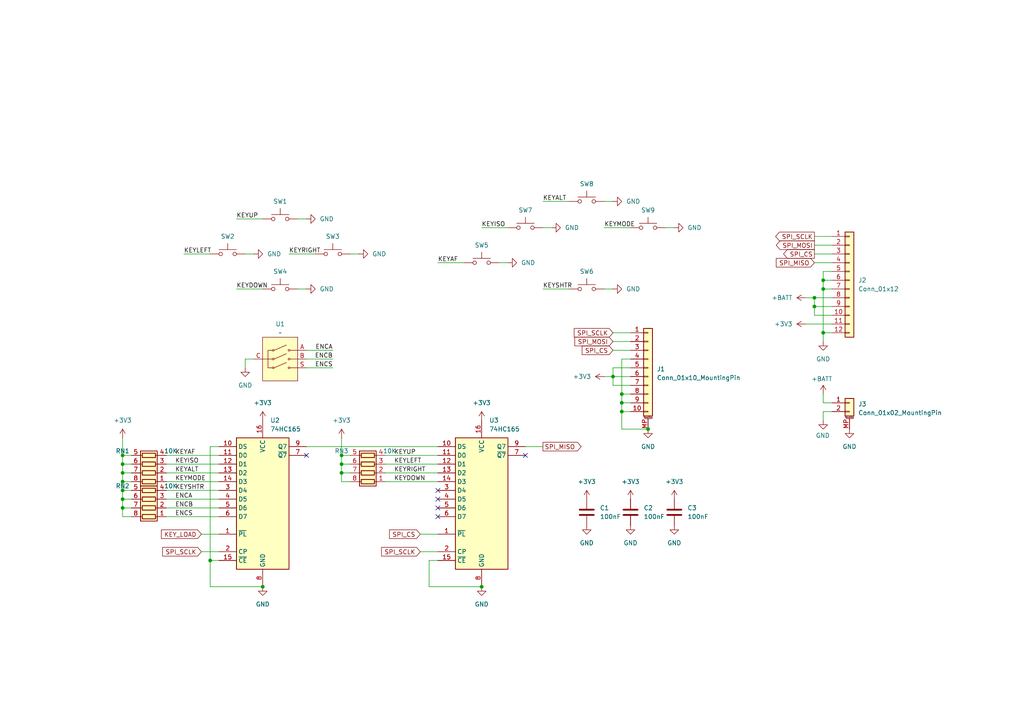
<source format=kicad_sch>
(kicad_sch (version 20231120) (generator "eeschema") (generator_version "8.0")
  (paper "A4")
  (lib_symbols
    (symbol "+3V3_1" (power) (pin_names (offset 0))
      (property "Value" "+3V3_1" (at 0 3.556 0))
      (symbol "+3V3_1_0_1"
        (polyline (pts (xy -0.762 1.27) (xy 0 2.54)))
        (polyline (pts (xy 0 0) (xy 0 2.54)))
        (polyline (pts (xy 0 2.54) (xy 0.762 1.27)))
      )
      (symbol "+3V3_1_1_1"
        (pin power_in line (at 0 0 90) (length 0) hide (name "+3V3") (number "1"))
      )
    )
    (symbol "74xx:74HC165"
      (property "Reference" "U" (at -7.62 19.05 0))
      (property "Value" "74HC165" (at -7.62 -21.59 0))
      (symbol "74HC165_1_0"
        (pin input line (at -12.7 -10.16 0) (length 5.08) (name "~{PL}") (number "1"))
        (pin input line (at -12.7 15.24 0) (length 5.08) (name "DS") (number "10"))
        (pin input line (at -12.7 12.7 0) (length 5.08) (name "D0") (number "11"))
        (pin input line (at -12.7 10.16 0) (length 5.08) (name "D1") (number "12"))
        (pin input line (at -12.7 7.62 0) (length 5.08) (name "D2") (number "13"))
        (pin input line (at -12.7 5.08 0) (length 5.08) (name "D3") (number "14"))
        (pin input line (at -12.7 -17.78 0) (length 5.08) (name "~{CE}") (number "15"))
        (pin power_in line (at 0 22.86 270) (length 5.08) (name "VCC") (number "16"))
        (pin input line (at -12.7 -15.24 0) (length 5.08) (name "CP") (number "2"))
        (pin input line (at -12.7 2.54 0) (length 5.08) (name "D4") (number "3"))
        (pin input line (at -12.7 0 0) (length 5.08) (name "D5") (number "4"))
        (pin input line (at -12.7 -2.54 0) (length 5.08) (name "D6") (number "5"))
        (pin input line (at -12.7 -5.08 0) (length 5.08) (name "D7") (number "6"))
        (pin output line (at 12.7 12.7 180) (length 5.08) (name "~{Q7}") (number "7"))
        (pin power_in line (at 0 -25.4 90) (length 5.08) (name "GND") (number "8"))
        (pin output line (at 12.7 15.24 180) (length 5.08) (name "Q7") (number "9"))
      )
      (symbol "74HC165_1_1"
        (rectangle (start -7.62 17.78) (end 7.62 -20.32) (stroke (width 0.254)) (fill (type background)))
      )
    )
    (symbol "Connector_Generic:Conn_01x12" (pin_names (offset 1.016) hide)
      (property "Reference" "J" (at 0 15.24 0))
      (property "Value" "Conn_01x12" (at 0 -17.78 0))
      (symbol "Conn_01x12_1_1"
        (rectangle (start -1.27 -15.113) (end 0 -15.367) (stroke (width 0.1524)))
        (rectangle (start -1.27 -12.573) (end 0 -12.827) (stroke (width 0.1524)))
        (rectangle (start -1.27 -10.033) (end 0 -10.287) (stroke (width 0.1524)))
        (rectangle (start -1.27 -7.493) (end 0 -7.747) (stroke (width 0.1524)))
        (rectangle (start -1.27 -4.953) (end 0 -5.207) (stroke (width 0.1524)))
        (rectangle (start -1.27 -2.413) (end 0 -2.667) (stroke (width 0.1524)))
        (rectangle (start -1.27 0.127) (end 0 -0.127) (stroke (width 0.1524)))
        (rectangle (start -1.27 2.667) (end 0 2.413) (stroke (width 0.1524)))
        (rectangle (start -1.27 5.207) (end 0 4.953) (stroke (width 0.1524)))
        (rectangle (start -1.27 7.747) (end 0 7.493) (stroke (width 0.1524)))
        (rectangle (start -1.27 10.287) (end 0 10.033) (stroke (width 0.1524)))
        (rectangle (start -1.27 12.827) (end 0 12.573) (stroke (width 0.1524)))
        (rectangle (start -1.27 13.97) (end 1.27 -16.51) (stroke (width 0.254)) (fill (type background)))
        (pin passive line (at -5.08 12.7 0) (length 3.81) (name "Pin_1") (number "1"))
        (pin passive line (at -5.08 -10.16 0) (length 3.81) (name "Pin_10") (number "10"))
        (pin passive line (at -5.08 -12.7 0) (length 3.81) (name "Pin_11") (number "11"))
        (pin passive line (at -5.08 -15.24 0) (length 3.81) (name "Pin_12") (number "12"))
        (pin passive line (at -5.08 10.16 0) (length 3.81) (name "Pin_2") (number "2"))
        (pin passive line (at -5.08 7.62 0) (length 3.81) (name "Pin_3") (number "3"))
        (pin passive line (at -5.08 5.08 0) (length 3.81) (name "Pin_4") (number "4"))
        (pin passive line (at -5.08 2.54 0) (length 3.81) (name "Pin_5") (number "5"))
        (pin passive line (at -5.08 0 0) (length 3.81) (name "Pin_6") (number "6"))
        (pin passive line (at -5.08 -2.54 0) (length 3.81) (name "Pin_7") (number "7"))
        (pin passive line (at -5.08 -5.08 0) (length 3.81) (name "Pin_8") (number "8"))
        (pin passive line (at -5.08 -7.62 0) (length 3.81) (name "Pin_9") (number "9"))
      )
    )
    (symbol "Connector_Generic_MountingPin:Conn_01x02_MountingPin" (pin_names (offset 1.016) hide)
      (property "Reference" "J" (at 0 2.54 0))
      (property "Value" "Conn_01x02_MountingPin" (at 1.27 -5.08 0))
      (symbol "Conn_01x02_MountingPin_1_1"
        (rectangle (start -1.27 -2.413) (end 0 -2.667) (stroke (width 0.1524)))
        (rectangle (start -1.27 0.127) (end 0 -0.127) (stroke (width 0.1524)))
        (rectangle (start -1.27 1.27) (end 1.27 -3.81) (stroke (width 0.254)) (fill (type background)))
        (polyline (pts (xy -1.016 -4.572) (xy 1.016 -4.572)) (stroke (width 0.1524)))
        (text "Mounting" (at 0 -4.191 0) (effects (font (size 0.381 0.381))))
        (pin passive line (at -5.08 0 0) (length 3.81) (name "Pin_1") (number "1"))
        (pin passive line (at -5.08 -2.54 0) (length 3.81) (name "Pin_2") (number "2"))
        (pin passive line (at 0 -7.62 90) (length 3.048) (name "MountPin") (number "MP"))
      )
    )
    (symbol "Connector_Generic_MountingPin:Conn_01x10_MountingPin" (pin_names (offset 1.016) hide)
      (property "Reference" "J" (at 0 12.7 0))
      (property "Value" "Conn_01x10_MountingPin" (at 1.27 -15.24 0))
      (symbol "Conn_01x10_MountingPin_1_1"
        (rectangle (start -1.27 -12.573) (end 0 -12.827) (stroke (width 0.1524)))
        (rectangle (start -1.27 -10.033) (end 0 -10.287) (stroke (width 0.1524)))
        (rectangle (start -1.27 -7.493) (end 0 -7.747) (stroke (width 0.1524)))
        (rectangle (start -1.27 -4.953) (end 0 -5.207) (stroke (width 0.1524)))
        (rectangle (start -1.27 -2.413) (end 0 -2.667) (stroke (width 0.1524)))
        (rectangle (start -1.27 0.127) (end 0 -0.127) (stroke (width 0.1524)))
        (rectangle (start -1.27 2.667) (end 0 2.413) (stroke (width 0.1524)))
        (rectangle (start -1.27 5.207) (end 0 4.953) (stroke (width 0.1524)))
        (rectangle (start -1.27 7.747) (end 0 7.493) (stroke (width 0.1524)))
        (rectangle (start -1.27 10.287) (end 0 10.033) (stroke (width 0.1524)))
        (rectangle (start -1.27 11.43) (end 1.27 -13.97) (stroke (width 0.254)) (fill (type background)))
        (polyline (pts (xy -1.016 -14.732) (xy 1.016 -14.732)) (stroke (width 0.1524)))
        (text "Mounting" (at 0 -14.351 0) (effects (font (size 0.381 0.381))))
        (pin passive line (at -5.08 10.16 0) (length 3.81) (name "Pin_1") (number "1"))
        (pin passive line (at -5.08 -12.7 0) (length 3.81) (name "Pin_10") (number "10"))
        (pin passive line (at -5.08 7.62 0) (length 3.81) (name "Pin_2") (number "2"))
        (pin passive line (at -5.08 5.08 0) (length 3.81) (name "Pin_3") (number "3"))
        (pin passive line (at -5.08 2.54 0) (length 3.81) (name "Pin_4") (number "4"))
        (pin passive line (at -5.08 0 0) (length 3.81) (name "Pin_5") (number "5"))
        (pin passive line (at -5.08 -2.54 0) (length 3.81) (name "Pin_6") (number "6"))
        (pin passive line (at -5.08 -5.08 0) (length 3.81) (name "Pin_7") (number "7"))
        (pin passive line (at -5.08 -7.62 0) (length 3.81) (name "Pin_8") (number "8"))
        (pin passive line (at -5.08 -10.16 0) (length 3.81) (name "Pin_9") (number "9"))
        (pin passive line (at 0 -17.78 90) (length 3.048) (name "MountPin") (number "MP"))
      )
    )
    (symbol "Device:C" (pin_numbers hide) (pin_names (offset 0.254))
      (property "Reference" "C" (at 0.635 2.54 0))
      (property "Value" "C" (at 0.635 -2.54 0))
      (symbol "C_0_1"
        (polyline (pts (xy -2.032 -0.762) (xy 2.032 -0.762)) (stroke (width 0.508)))
        (polyline (pts (xy -2.032 0.762) (xy 2.032 0.762)) (stroke (width 0.508)))
      )
      (symbol "C_1_1"
        (pin passive line (at 0 3.81 270) (length 2.794) (name "~") (number "1"))
        (pin passive line (at 0 -3.81 90) (length 2.794) (name "~") (number "2"))
      )
    )
    (symbol "Device:R_Pack04" (pin_names (offset 0) hide)
      (property "Reference" "RN" (at -7.62 0 90))
      (property "Value" "R_Pack04" (at 5.08 0 90))
      (symbol "R_Pack04_0_1"
        (rectangle (start -6.35 -2.413) (end 3.81 2.413) (stroke (width 0.254)) (fill (type background)))
        (rectangle (start -5.715 1.905) (end -4.445 -1.905) (stroke (width 0.254)))
        (rectangle (start -3.175 1.905) (end -1.905 -1.905) (stroke (width 0.254)))
        (rectangle (start -0.635 1.905) (end 0.635 -1.905) (stroke (width 0.254)))
        (polyline (pts (xy -5.08 -2.54) (xy -5.08 -1.905)))
        (polyline (pts (xy -5.08 1.905) (xy -5.08 2.54)))
        (polyline (pts (xy -2.54 -2.54) (xy -2.54 -1.905)))
        (polyline (pts (xy -2.54 1.905) (xy -2.54 2.54)))
        (polyline (pts (xy 0 -2.54) (xy 0 -1.905)))
        (polyline (pts (xy 0 1.905) (xy 0 2.54)))
        (polyline (pts (xy 2.54 -2.54) (xy 2.54 -1.905)))
        (polyline (pts (xy 2.54 1.905) (xy 2.54 2.54)))
        (rectangle (start 1.905 1.905) (end 3.175 -1.905) (stroke (width 0.254)))
      )
      (symbol "R_Pack04_1_1"
        (pin passive line (at -5.08 -5.08 90) (length 2.54) (name "R1.1") (number "1"))
        (pin passive line (at -2.54 -5.08 90) (length 2.54) (name "R2.1") (number "2"))
        (pin passive line (at 0 -5.08 90) (length 2.54) (name "R3.1") (number "3"))
        (pin passive line (at 2.54 -5.08 90) (length 2.54) (name "R4.1") (number "4"))
        (pin passive line (at 2.54 5.08 270) (length 2.54) (name "R4.2") (number "5"))
        (pin passive line (at 0 5.08 270) (length 2.54) (name "R3.2") (number "6"))
        (pin passive line (at -2.54 5.08 270) (length 2.54) (name "R2.2") (number "7"))
        (pin passive line (at -5.08 5.08 270) (length 2.54) (name "R1.2") (number "8"))
      )
    )
    (symbol "Switch:SW_Push" (pin_numbers hide) (pin_names (offset 1.016) hide)
      (property "Reference" "SW" (at 1.27 2.54 0))
      (property "Value" "SW_Push" (at 0 -1.524 0))
      (symbol "SW_Push_0_1"
        (circle (center -2.032 0) (radius 0.508))
        (polyline (pts (xy 0 1.27) (xy 0 3.048)))
        (polyline (pts (xy 2.54 1.27) (xy -2.54 1.27)))
        (circle (center 2.032 0) (radius 0.508))
        (pin passive line (at -5.08 0 0) (length 2.54) (name "1") (number "1"))
        (pin passive line (at 5.08 0 180) (length 2.54) (name "2") (number "2"))
      )
    )
    (symbol "power:+3V3" (power) (pin_numbers hide) (pin_names (offset 0) hide)
      (property "Value" "+3V3" (at 0 3.556 0))
      (symbol "+3V3_0_1"
        (polyline (pts (xy -0.762 1.27) (xy 0 2.54)))
        (polyline (pts (xy 0 0) (xy 0 2.54)))
        (polyline (pts (xy 0 2.54) (xy 0.762 1.27)))
      )
      (symbol "+3V3_1_1"
        (pin power_in line (at 0 0 90) (length 0) (name "~") (number "1"))
      )
    )
    (symbol "power:+BATT" (power) (pin_names (offset 0))
      (property "Value" "+BATT" (at 0 3.556 0))
      (symbol "+BATT_0_1"
        (polyline (pts (xy -0.762 1.27) (xy 0 2.54)))
        (polyline (pts (xy 0 0) (xy 0 2.54)))
        (polyline (pts (xy 0 2.54) (xy 0.762 1.27)))
      )
      (symbol "+BATT_1_1"
        (pin power_in line (at 0 0 90) (length 0) hide (name "+BATT") (number "1"))
      )
    )
    (symbol "power:GND" (power) (pin_numbers hide) (pin_names (offset 0) hide)
      (property "Value" "GND" (at 0 -3.81 0))
      (symbol "GND_0_1"
        (polyline (pts (xy 0 0) (xy 0 -1.27) (xy 1.27 -1.27) (xy 0 -2.54) (xy -1.27 -1.27) (xy 0 -1.27)))
      )
      (symbol "GND_1_1"
        (pin power_in line (at 0 0 270) (length 0) (name "~") (number "1"))
      )
    )
    (symbol "symbols:SIQ-02FVS3"
      (property "Reference" "U" (at 0 0 0))
      (symbol "SIQ-02FVS3_0_1"
        (circle (center -2.032 -11.43) (radius 0.254))
        (circle (center -2.032 -8.89) (radius 0.254))
        (circle (center -2.032 -6.35) (radius 0.254))
        (polyline (pts (xy -2.286 -8.89) (xy -3.556 -8.89)))
        (polyline (pts (xy -1.778 -11.43) (xy 1.778 -9.906)))
        (polyline (pts (xy -1.778 -8.89) (xy 1.778 -7.366)))
        (polyline (pts (xy -1.778 -6.35) (xy 1.778 -4.826)))
        (polyline (pts (xy 2.794 -11.43) (xy 5.08 -11.43)))
        (polyline (pts (xy 2.794 -8.89) (xy 5.08 -8.89)))
        (polyline (pts (xy 2.794 -6.35) (xy 5.08 -6.35)))
        (polyline (pts (xy -3.556 -8.89) (xy -3.556 -11.43) (xy -2.286 -11.43)))
        (polyline (pts (xy -5.08 -8.89) (xy -3.556 -8.89) (xy -3.556 -6.35) (xy -2.286 -6.35)))
        (circle (center 2.54 -11.43) (radius 0.254))
        (circle (center 2.54 -8.89) (radius 0.254))
        (circle (center 2.54 -6.35) (radius 0.254))
      )
      (symbol "SIQ-02FVS3_1_1"
        (rectangle (start -5.08 -2.54) (end 5.08 -15.24) (fill (type background)))
        (pin input line (at 7.62 -6.35 180) (length 2.54) (name "") (number "A"))
        (pin input line (at 7.62 -8.89 180) (length 2.54) (name "") (number "B"))
        (pin input line (at -7.62 -8.89 0) (length 2.54) (name "") (number "C"))
        (pin input line (at 7.62 -11.43 180) (length 2.54) (name "") (number "S"))
      )
    )
  )
  (junction (at 60.96 162.56))
  (junction (at 35.56 137.16))
  (junction (at 76.2 170.18))
  (junction (at 236.22 86.36))
  (junction (at 177.8 109.22))
  (junction (at 35.56 139.7))
  (junction (at 236.22 88.9))
  (junction (at 35.56 132.08))
  (junction (at 180.34 116.84))
  (junction (at 187.96 124.46))
  (junction (at 99.06 137.16))
  (junction (at 238.76 83.82))
  (junction (at 139.7 170.18))
  (junction (at 238.76 96.52))
  (junction (at 35.56 147.32))
  (junction (at 35.56 134.62))
  (junction (at 180.34 114.3))
  (junction (at 99.06 132.08))
  (junction (at 35.56 144.78))
  (junction (at 180.34 119.38))
  (junction (at 99.06 134.62))
  (junction (at 238.76 81.28))
  (junction (at 35.56 142.24))
  (no_connect (at 88.9 132.08))
  (no_connect (at 127 147.32))
  (no_connect (at 127 142.24))
  (no_connect (at 127 144.78))
  (no_connect (at 152.4 132.08))
  (no_connect (at 127 149.86))
  (wire (pts (xy 177.8 96.52) (xy 182.88 96.52)))
  (wire (pts (xy 180.34 114.3) (xy 180.34 116.84)))
  (wire (pts (xy 236.22 88.9) (xy 236.22 86.36)))
  (wire (pts (xy 238.76 81.28) (xy 241.3 81.28)))
  (wire (pts (xy 60.96 170.18) (xy 76.2 170.18)))
  (wire (pts (xy 236.22 73.66) (xy 241.3 73.66)))
  (wire (pts (xy 86.36 83.82) (xy 88.9 83.82)))
  (wire (pts (xy 238.76 83.82) (xy 238.76 96.52)))
  (wire (pts (xy 35.56 142.24) (xy 38.1 142.24)))
  (wire (pts (xy 175.26 58.42) (xy 177.8 58.42)))
  (wire (pts (xy 175.26 83.82) (xy 177.8 83.82)))
  (wire (pts (xy 180.34 104.14) (xy 180.34 114.3)))
  (wire (pts (xy 35.56 137.16) (xy 38.1 137.16)))
  (wire (pts (xy 177.8 111.76) (xy 177.8 109.22)))
  (wire (pts (xy 180.34 119.38) (xy 182.88 119.38)))
  (wire (pts (xy 71.12 73.66) (xy 73.66 73.66)))
  (wire (pts (xy 175.26 66.04) (xy 182.88 66.04)))
  (wire (pts (xy 48.26 139.7) (xy 63.5 139.7)))
  (wire (pts (xy 121.92 154.94) (xy 127 154.94)))
  (wire (pts (xy 238.76 81.28) (xy 238.76 83.82)))
  (wire (pts (xy 35.56 134.62) (xy 38.1 134.62)))
  (wire (pts (xy 180.34 116.84) (xy 182.88 116.84)))
  (wire (pts (xy 35.56 144.78) (xy 35.56 147.32)))
  (wire (pts (xy 101.6 73.66) (xy 104.14 73.66)))
  (wire (pts (xy 180.34 124.46) (xy 187.96 124.46)))
  (wire (pts (xy 35.56 137.16) (xy 35.56 139.7)))
  (wire (pts (xy 236.22 88.9) (xy 241.3 88.9)))
  (wire (pts (xy 157.48 58.42) (xy 165.1 58.42)))
  (wire (pts (xy 99.06 132.08) (xy 101.6 132.08)))
  (wire (pts (xy 63.5 129.54) (xy 60.96 129.54)))
  (wire (pts (xy 71.12 104.14) (xy 71.12 106.68)))
  (wire (pts (xy 99.06 139.7) (xy 101.6 139.7)))
  (wire (pts (xy 58.42 154.94) (xy 63.5 154.94)))
  (wire (pts (xy 177.8 99.06) (xy 182.88 99.06)))
  (wire (pts (xy 121.92 160.02) (xy 127 160.02)))
  (wire (pts (xy 175.26 109.22) (xy 177.8 109.22)))
  (wire (pts (xy 233.68 86.36) (xy 236.22 86.36)))
  (wire (pts (xy 182.88 111.76) (xy 177.8 111.76)))
  (wire (pts (xy 236.22 76.2) (xy 241.3 76.2)))
  (wire (pts (xy 58.42 160.02) (xy 63.5 160.02)))
  (wire (pts (xy 35.56 139.7) (xy 38.1 139.7)))
  (wire (pts (xy 48.26 142.24) (xy 63.5 142.24)))
  (wire (pts (xy 35.56 144.78) (xy 38.1 144.78)))
  (wire (pts (xy 99.06 134.62) (xy 101.6 134.62)))
  (wire (pts (xy 111.76 139.7) (xy 127 139.7)))
  (wire (pts (xy 238.76 119.38) (xy 238.76 121.92)))
  (wire (pts (xy 88.9 106.68) (xy 96.52 106.68)))
  (wire (pts (xy 236.22 91.44) (xy 236.22 88.9)))
  (wire (pts (xy 48.26 147.32) (xy 63.5 147.32)))
  (wire (pts (xy 124.46 162.56) (xy 124.46 170.18)))
  (wire (pts (xy 241.3 119.38) (xy 238.76 119.38)))
  (wire (pts (xy 35.56 132.08) (xy 35.56 134.62)))
  (wire (pts (xy 238.76 78.74) (xy 238.76 81.28)))
  (wire (pts (xy 83.82 73.66) (xy 91.44 73.66)))
  (wire (pts (xy 193.04 66.04) (xy 195.58 66.04)))
  (wire (pts (xy 35.56 127) (xy 35.56 132.08)))
  (wire (pts (xy 152.4 129.54) (xy 157.48 129.54)))
  (wire (pts (xy 35.56 147.32) (xy 35.56 149.86)))
  (wire (pts (xy 127 76.2) (xy 134.62 76.2)))
  (wire (pts (xy 60.96 129.54) (xy 60.96 162.56)))
  (wire (pts (xy 86.36 63.5) (xy 88.9 63.5)))
  (wire (pts (xy 177.8 101.6) (xy 182.88 101.6)))
  (wire (pts (xy 236.22 71.12) (xy 241.3 71.12)))
  (wire (pts (xy 157.48 66.04) (xy 160.02 66.04)))
  (wire (pts (xy 99.06 127) (xy 99.06 132.08)))
  (wire (pts (xy 35.56 142.24) (xy 35.56 144.78)))
  (wire (pts (xy 139.7 66.04) (xy 147.32 66.04)))
  (wire (pts (xy 35.56 147.32) (xy 38.1 147.32)))
  (wire (pts (xy 88.9 129.54) (xy 127 129.54)))
  (wire (pts (xy 241.3 116.84) (xy 238.76 116.84)))
  (wire (pts (xy 236.22 86.36) (xy 241.3 86.36)))
  (wire (pts (xy 35.56 139.7) (xy 35.56 142.24)))
  (wire (pts (xy 35.56 132.08) (xy 38.1 132.08)))
  (wire (pts (xy 35.56 134.62) (xy 35.56 137.16)))
  (wire (pts (xy 38.1 149.86) (xy 35.56 149.86)))
  (wire (pts (xy 68.58 63.5) (xy 76.2 63.5)))
  (wire (pts (xy 111.76 132.08) (xy 127 132.08)))
  (wire (pts (xy 233.68 93.98) (xy 241.3 93.98)))
  (wire (pts (xy 99.06 134.62) (xy 99.06 137.16)))
  (wire (pts (xy 182.88 106.68) (xy 177.8 106.68)))
  (wire (pts (xy 60.96 162.56) (xy 63.5 162.56)))
  (wire (pts (xy 53.34 73.66) (xy 60.96 73.66)))
  (wire (pts (xy 177.8 106.68) (xy 177.8 109.22)))
  (wire (pts (xy 88.9 101.6) (xy 96.52 101.6)))
  (wire (pts (xy 180.34 114.3) (xy 182.88 114.3)))
  (wire (pts (xy 177.8 109.22) (xy 182.88 109.22)))
  (wire (pts (xy 88.9 104.14) (xy 96.52 104.14)))
  (wire (pts (xy 111.76 134.62) (xy 127 134.62)))
  (wire (pts (xy 180.34 119.38) (xy 180.34 124.46)))
  (wire (pts (xy 241.3 91.44) (xy 236.22 91.44)))
  (wire (pts (xy 73.66 104.14) (xy 71.12 104.14)))
  (wire (pts (xy 180.34 116.84) (xy 180.34 119.38)))
  (wire (pts (xy 238.76 96.52) (xy 241.3 96.52)))
  (wire (pts (xy 99.06 137.16) (xy 99.06 139.7)))
  (wire (pts (xy 48.26 137.16) (xy 63.5 137.16)))
  (wire (pts (xy 144.78 76.2) (xy 147.32 76.2)))
  (wire (pts (xy 48.26 134.62) (xy 63.5 134.62)))
  (wire (pts (xy 60.96 162.56) (xy 60.96 170.18)))
  (wire (pts (xy 99.06 137.16) (xy 101.6 137.16)))
  (wire (pts (xy 236.22 68.58) (xy 241.3 68.58)))
  (wire (pts (xy 48.26 149.86) (xy 63.5 149.86)))
  (wire (pts (xy 238.76 83.82) (xy 241.3 83.82)))
  (wire (pts (xy 68.58 83.82) (xy 76.2 83.82)))
  (wire (pts (xy 127 162.56) (xy 124.46 162.56)))
  (wire (pts (xy 48.26 132.08) (xy 63.5 132.08)))
  (wire (pts (xy 241.3 78.74) (xy 238.76 78.74)))
  (wire (pts (xy 124.46 170.18) (xy 139.7 170.18)))
  (wire (pts (xy 48.26 144.78) (xy 63.5 144.78)))
  (wire (pts (xy 238.76 96.52) (xy 238.76 99.06)))
  (wire (pts (xy 157.48 83.82) (xy 165.1 83.82)))
  (wire (pts (xy 111.76 137.16) (xy 127 137.16)))
  (wire (pts (xy 99.06 132.08) (xy 99.06 134.62)))
  (wire (pts (xy 238.76 116.84) (xy 238.76 114.3)))
  (wire (pts (xy 182.88 104.14) (xy 180.34 104.14)))
  (label "ENCS" (at 96.52 106.68 180))
  (label "KEYRIGHT" (at 83.82 73.66 0))
  (label "ENCB" (at 96.52 104.14 180))
  (label "KEYISO" (at 50.8 134.62 0))
  (label "KEYMODE" (at 175.26 66.04 0))
  (label "KEYLEFT" (at 53.34 73.66 0))
  (label "KEYUP" (at 68.58 63.5 0))
  (label "KEYSHTR" (at 157.48 83.82 0))
  (label "KEYDOWN" (at 114.3 139.7 0))
  (label "KEYUP" (at 114.3 132.08 0))
  (label "KEYMODE" (at 50.8 139.7 0))
  (label "KEYALT" (at 50.8 137.16 0))
  (label "KEYISO" (at 139.7 66.04 0))
  (label "ENCA" (at 50.8 144.78 0))
  (label "ENCA" (at 96.52 101.6 180))
  (label "KEYALT" (at 157.48 58.42 0))
  (label "KEYLEFT" (at 114.3 134.62 0))
  (label "KEYDOWN" (at 68.58 83.82 0))
  (label "KEYAF" (at 50.8 132.08 0))
  (label "KEYAF" (at 127 76.2 0))
  (label "KEYSHTR" (at 50.8 142.24 0))
  (label "ENCB" (at 50.8 147.32 0))
  (label "KEYRIGHT" (at 114.3 137.16 0))
  (label "ENCS" (at 50.8 149.86 0))
  (global_label "SPI_SCLK" (shape input) (at 121.92 160.02 180) (property "Intersheetrefs" "${INTERSHEET_REFS}" (effects (hide yes))))
  (global_label "SPI_MISO" (shape input) (at 236.22 76.2 180) (property "Intersheetrefs" "${INTERSHEET_REFS}" (effects (hide yes))))
  (global_label "SPI_SCLK" (shape input) (at 177.8 96.52 180) (property "Intersheetrefs" "${INTERSHEET_REFS}" (effects (hide yes))))
  (global_label "SPI_MOSI" (shape input) (at 177.8 99.06 180) (property "Intersheetrefs" "${INTERSHEET_REFS}" (effects (hide yes))))
  (global_label "SPI_MISO" (shape output) (at 157.48 129.54 0) (property "Intersheetrefs" "${INTERSHEET_REFS}" (effects (hide yes))))
  (global_label "SPI_CS" (shape input) (at 177.8 101.6 180) (property "Intersheetrefs" "${INTERSHEET_REFS}" (effects (hide yes))))
  (global_label "SPI_CS" (shape output) (at 236.22 73.66 180) (property "Intersheetrefs" "${INTERSHEET_REFS}" (effects (hide yes))))
  (global_label "SPI_SCLK" (shape output) (at 236.22 68.58 180) (property "Intersheetrefs" "${INTERSHEET_REFS}" (effects (hide yes))))
  (global_label "SPI_CS" (shape input) (at 121.92 154.94 180) (property "Intersheetrefs" "${INTERSHEET_REFS}" (effects (hide yes))))
  (global_label "SPI_MOSI" (shape output) (at 236.22 71.12 180) (property "Intersheetrefs" "${INTERSHEET_REFS}" (effects (hide yes))))
  (global_label "KEY_LOAD" (shape input) (at 58.42 154.94 180) (property "Intersheetrefs" "${INTERSHEET_REFS}" (effects (hide yes))))
  (global_label "SPI_SCLK" (shape input) (at 58.42 160.02 180) (property "Intersheetrefs" "${INTERSHEET_REFS}" (effects (hide yes))))
  (symbol (lib_id "Device:C") (at 195.58 148.59 0) (mirror y) (unit 1)
    (property "Reference" "C3" (at 199.39 147.3199 0) (effects (justify right)))
    (property "Value" "100nF" (at 199.39 149.8599 0) (effects (justify right)))
    (property "Footprint" "Capacitor_SMD:C_0402_1005Metric" (effects (hide yes)))
    (property "Description" "Unpolarized capacitor" (effects (hide yes)))
  )
  (symbol (lib_id "power:+3V3") (at 99.06 127 0) (unit 1)
    (property "Reference" "#PWR027" (effects (hide yes)))
    (property "Value" "+3V3" (at 99.06 121.92 0))
    (property "Description" "Power symbol creates a global label with name \"+3V3\"" (effects (hide yes)))
  )
  (symbol (lib_id "power:GND") (at 71.12 106.68 0) (unit 1)
    (property "Reference" "#PWR010" (effects (hide yes)))
    (property "Value" "GND" (at 71.12 111.76 0))
    (property "Description" "Power symbol creates a global label with name \"GND\" , ground" (effects (hide yes)))
  )
  (symbol (lib_id "power:GND") (at 238.76 99.06 0) (unit 1)
    (property "Reference" "#PWR030" (effects (hide yes)))
    (property "Value" "GND" (at 238.76 104.14 0))
  )
  (symbol (lib_id "power:GND") (at 88.9 83.82 90) (unit 1)
    (property "Reference" "#PWR03" (effects (hide yes)))
    (property "Value" "GND" (at 92.71 83.8199 90) (effects (justify right)))
    (property "Description" "Power symbol creates a global label with name \"GND\" , ground" (effects (hide yes)))
  )
  (symbol (lib_id "Connector_Generic_MountingPin:Conn_01x02_MountingPin") (at 246.38 116.84 0) (unit 1)
    (property "Reference" "J3" (at 248.92 117.1955 0) (effects (justify left)))
    (property "Value" "Conn_01x02_MountingPin" (at 248.92 119.7355 0) (effects (justify left)))
    (property "Footprint" "Connector_JST:JST_PH_B2B-PH-SM4-TB_1x02-1MP_P2.00mm_Vertical" (effects (hide yes)))
    (property "Description" "Generic connectable mounting pin connector, single row, 01x02, script generated (kicad-library-utils/schlib/autogen/connector/)" (effects (hide yes)))
  )
  (symbol (lib_id "power:+BATT") (at 233.68 86.36 90) (unit 1)
    (property "Reference" "#PWR028" (effects (hide yes)))
    (property "Value" "+BATT" (at 229.87 86.36 90) (effects (justify left)))
  )
  (symbol (lib_id "power:GND") (at 238.76 121.92 0) (mirror y) (unit 1)
    (property "Reference" "#PWR024" (effects (hide yes)))
    (property "Value" "GND" (at 238.633 126.3142 0))
  )
  (symbol (lib_id "power:+3V3") (at 35.56 127 0) (unit 1)
    (property "Reference" "#PWR026" (effects (hide yes)))
    (property "Value" "+3V3" (at 35.56 121.92 0))
    (property "Description" "Power symbol creates a global label with name \"+3V3\"" (effects (hide yes)))
  )
  (symbol (lib_id "power:+3V3") (at 195.58 144.78 0) (unit 1)
    (property "Reference" "#PWR020" (effects (hide yes)))
    (property "Value" "+3V3" (at 195.58 139.7 0))
    (property "Description" "Power symbol creates a global label with name \"+3V3\"" (effects (hide yes)))
  )
  (symbol (lib_id "Switch:SW_Push") (at 96.52 73.66 0) (unit 1)
    (property "Reference" "SW3" (at 96.52 68.58 0))
    (property "Footprint" "footprints:HX-TS5208A" (effects (hide yes)))
    (property "Description" "Push button switch, generic, two pins" (effects (hide yes)))
  )
  (symbol (lib_id "74xx:74HC165") (at 76.2 144.78 0) (unit 1)
    (property "Reference" "U2" (at 78.3941 121.92 0) (effects (justify left)))
    (property "Value" "74HC165" (at 78.3941 124.46 0) (effects (justify left)))
    (property "Footprint" "Package_SO:TSSOP-16_4.4x5mm_P0.65mm" (effects (hide yes)))
    (property "Datasheet" "https://assets.nexperia.com/documents/data-sheet/74HC_HCT165.pdf" (effects (hide yes)))
    (property "Description" "Shift Register, 8-bit, Parallel Load" (effects (hide yes)))
  )
  (symbol (lib_id "power:GND") (at 195.58 152.4 0) (unit 1)
    (property "Reference" "#PWR022" (effects (hide yes)))
    (property "Value" "GND" (at 195.58 157.48 0))
    (property "Description" "Power symbol creates a global label with name \"GND\" , ground" (effects (hide yes)))
  )
  (symbol (lib_id "power:+3V3") (at 182.88 144.78 0) (unit 1)
    (property "Reference" "#PWR019" (effects (hide yes)))
    (property "Value" "+3V3" (at 182.88 139.7 0))
    (property "Description" "Power symbol creates a global label with name \"+3V3\"" (effects (hide yes)))
  )
  (symbol (lib_id "Switch:SW_Push") (at 170.18 83.82 0) (unit 1)
    (property "Reference" "SW6" (at 170.18 78.74 0))
    (property "Footprint" "footprints:HX-TS5208A" (effects (hide yes)))
    (property "Description" "Push button switch, generic, two pins" (effects (hide yes)))
  )
  (symbol (lib_id "Switch:SW_Push") (at 187.96 66.04 0) (unit 1)
    (property "Reference" "SW9" (at 187.96 60.96 0))
    (property "Footprint" "footprints:HX-TS5208A" (effects (hide yes)))
    (property "Description" "Push button switch, generic, two pins" (effects (hide yes)))
  )
  (symbol (lib_id "Switch:SW_Push") (at 170.18 58.42 0) (unit 1)
    (property "Reference" "SW8" (at 170.18 53.34 0))
    (property "Footprint" "footprints:HX-TS5208A" (effects (hide yes)))
    (property "Description" "Push button switch, generic, two pins" (effects (hide yes)))
  )
  (symbol (lib_name "+3V3_1") (lib_id "power:+3V3") (at 233.68 93.98 90) (unit 1)
    (property "Reference" "#PWR029" (effects (hide yes)))
    (property "Value" "+3V3" (at 229.87 93.98 90) (effects (justify left)))
  )
  (symbol (lib_id "Switch:SW_Push") (at 81.28 83.82 0) (unit 1)
    (property "Reference" "SW4" (at 81.28 78.74 0))
    (property "Footprint" "footprints:HX-TS5208A" (effects (hide yes)))
    (property "Description" "Push button switch, generic, two pins" (effects (hide yes)))
  )
  (symbol (lib_id "power:+BATT") (at 238.76 114.3 0) (mirror y) (unit 1)
    (property "Reference" "#PWR023" (effects (hide yes)))
    (property "Value" "+BATT" (at 238.379 109.9058 0))
  )
  (symbol (lib_id "Device:C") (at 182.88 148.59 0) (mirror y) (unit 1)
    (property "Reference" "C2" (at 186.69 147.3199 0) (effects (justify right)))
    (property "Value" "100nF" (at 186.69 149.8599 0) (effects (justify right)))
    (property "Footprint" "Capacitor_SMD:C_0402_1005Metric" (effects (hide yes)))
    (property "Description" "Unpolarized capacitor" (effects (hide yes)))
  )
  (symbol (lib_id "power:GND") (at 195.58 66.04 90) (unit 1)
    (property "Reference" "#PWR09" (effects (hide yes)))
    (property "Value" "GND" (at 199.39 66.0399 90) (effects (justify right)))
    (property "Description" "Power symbol creates a global label with name \"GND\" , ground" (effects (hide yes)))
  )
  (symbol (lib_id "Connector_Generic:Conn_01x12") (at 246.38 81.28 0) (unit 1)
    (property "Reference" "J2" (at 248.92 81.2799 0) (effects (justify left)))
    (property "Value" "Conn_01x12" (at 248.92 83.8199 0) (effects (justify left)))
    (property "Footprint" "footprints:FPC_12" (effects (hide yes)))
    (property "Description" "Generic connector, single row, 01x12, script generated (kicad-library-utils/schlib/autogen/connector/)" (effects (hide yes)))
  )
  (symbol (lib_id "power:GND") (at 73.66 73.66 90) (unit 1)
    (property "Reference" "#PWR04" (effects (hide yes)))
    (property "Value" "GND" (at 77.47 73.6599 90) (effects (justify right)))
    (property "Description" "Power symbol creates a global label with name \"GND\" , ground" (effects (hide yes)))
  )
  (symbol (lib_id "power:GND") (at 160.02 66.04 90) (unit 1)
    (property "Reference" "#PWR07" (effects (hide yes)))
    (property "Value" "GND" (at 163.83 66.0399 90) (effects (justify right)))
    (property "Description" "Power symbol creates a global label with name \"GND\" , ground" (effects (hide yes)))
  )
  (symbol (lib_id "power:GND") (at 104.14 73.66 90) (unit 1)
    (property "Reference" "#PWR02" (effects (hide yes)))
    (property "Value" "GND" (at 107.95 73.6599 90) (effects (justify right)))
    (property "Description" "Power symbol creates a global label with name \"GND\" , ground" (effects (hide yes)))
  )
  (symbol (lib_id "Connector_Generic_MountingPin:Conn_01x10_MountingPin") (at 187.96 106.68 0) (unit 1)
    (property "Reference" "J1" (at 190.5 107.0355 0) (effects (justify left)))
    (property "Value" "Conn_01x10_MountingPin" (at 190.5 109.5755 0) (effects (justify left)))
    (property "Footprint" "Connector_FFC-FPC:Hirose_FH12-10S-0.5SH_1x10-1MP_P0.50mm_Horizontal" (effects (hide yes)))
    (property "Description" "Generic connectable mounting pin connector, single row, 01x10, script generated (kicad-library-utils/schlib/autogen/connector/)" (effects (hide yes)))
  )
  (symbol (lib_id "power:+3V3") (at 175.26 109.22 90) (unit 1)
    (property "Reference" "#PWR016" (effects (hide yes)))
    (property "Value" "+3V3" (at 171.45 109.2199 90) (effects (justify left)))
    (property "Description" "Power symbol creates a global label with name \"+3V3\"" (effects (hide yes)))
  )
  (symbol (lib_id "symbols:SIQ-02FVS3") (at 81.28 95.25 0) (unit 1)
    (property "Reference" "U1" (at 81.28 93.98 0))
    (property "Value" "~" (at 81.28 96.52 0))
    (property "Footprint" "footprints:SIQ-02FVS3" (effects (hide yes)))
  )
  (symbol (lib_id "power:GND") (at 182.88 152.4 0) (unit 1)
    (property "Reference" "#PWR021" (effects (hide yes)))
    (property "Value" "GND" (at 182.88 157.48 0))
    (property "Description" "Power symbol creates a global label with name \"GND\" , ground" (effects (hide yes)))
  )
  (symbol (lib_id "power:GND") (at 76.2 170.18 0) (unit 1)
    (property "Reference" "#PWR013" (effects (hide yes)))
    (property "Value" "GND" (at 76.2 175.26 0))
    (property "Description" "Power symbol creates a global label with name \"GND\" , ground" (effects (hide yes)))
  )
  (symbol (lib_id "power:GND") (at 139.7 170.18 0) (unit 1)
    (property "Reference" "#PWR014" (effects (hide yes)))
    (property "Value" "GND" (at 139.7 175.26 0))
    (property "Description" "Power symbol creates a global label with name \"GND\" , ground" (effects (hide yes)))
  )
  (symbol (lib_id "power:GND") (at 177.8 83.82 90) (unit 1)
    (property "Reference" "#PWR06" (effects (hide yes)))
    (property "Value" "GND" (at 181.61 83.8199 90) (effects (justify right)))
    (property "Description" "Power symbol creates a global label with name \"GND\" , ground" (effects (hide yes)))
  )
  (symbol (lib_id "Device:R_Pack04") (at 43.18 144.78 90) (unit 1)
    (property "Reference" "RN2" (at 35.56 140.97 90))
    (property "Value" "10K" (at 49.53 140.97 90))
    (property "Footprint" "Resistor_SMD:R_Array_Convex_4x0402" (effects (hide yes)))
  )
  (symbol (lib_id "Switch:SW_Push") (at 139.7 76.2 0) (unit 1)
    (property "Reference" "SW5" (at 139.7 71.12 0))
    (property "Footprint" "footprints:HX-TS5208A" (effects (hide yes)))
    (property "Description" "Push button switch, generic, two pins" (effects (hide yes)))
  )
  (symbol (lib_id "power:+3V3") (at 139.7 121.92 0) (unit 1)
    (property "Reference" "#PWR012" (effects (hide yes)))
    (property "Value" "+3V3" (at 139.7 116.84 0))
    (property "Description" "Power symbol creates a global label with name \"+3V3\"" (effects (hide yes)))
  )
  (symbol (lib_id "Device:R_Pack04") (at 106.68 134.62 90) (unit 1)
    (property "Reference" "RN3" (at 99.06 130.81 90))
    (property "Value" "10K" (at 113.03 130.81 90))
    (property "Footprint" "Resistor_SMD:R_Array_Convex_4x0402" (effects (hide yes)))
  )
  (symbol (lib_id "power:GND") (at 88.9 63.5 90) (unit 1)
    (property "Reference" "#PWR01" (effects (hide yes)))
    (property "Value" "GND" (at 92.71 63.4999 90) (effects (justify right)))
    (property "Description" "Power symbol creates a global label with name \"GND\" , ground" (effects (hide yes)))
  )
  (symbol (lib_id "Switch:SW_Push") (at 81.28 63.5 0) (unit 1)
    (property "Reference" "SW1" (at 81.28 58.42 0))
    (property "Footprint" "footprints:HX-TS5208A" (effects (hide yes)))
    (property "Description" "Push button switch, generic, two pins" (effects (hide yes)))
  )
  (symbol (lib_id "power:+3V3") (at 170.18 144.78 0) (unit 1)
    (property "Reference" "#PWR018" (effects (hide yes)))
    (property "Value" "+3V3" (at 170.18 139.7 0))
    (property "Description" "Power symbol creates a global label with name \"+3V3\"" (effects (hide yes)))
  )
  (symbol (lib_id "74xx:74HC165") (at 139.7 144.78 0) (unit 1)
    (property "Reference" "U3" (at 141.8941 121.92 0) (effects (justify left)))
    (property "Value" "74HC165" (at 141.8941 124.46 0) (effects (justify left)))
    (property "Footprint" "Package_SO:TSSOP-16_4.4x5mm_P0.65mm" (effects (hide yes)))
    (property "Datasheet" "https://assets.nexperia.com/documents/data-sheet/74HC_HCT165.pdf" (effects (hide yes)))
    (property "Description" "Shift Register, 8-bit, Parallel Load" (effects (hide yes)))
  )
  (symbol (lib_id "Device:R_Pack04") (at 43.18 134.62 90) (unit 1)
    (property "Reference" "RN1" (at 35.56 130.81 90))
    (property "Value" "10K" (at 49.53 130.81 90))
    (property "Footprint" "Resistor_SMD:R_Array_Convex_4x0402" (effects (hide yes)))
  )
  (symbol (lib_id "Switch:SW_Push") (at 152.4 66.04 0) (unit 1)
    (property "Reference" "SW7" (at 152.4 60.96 0))
    (property "Footprint" "footprints:HX-TS5208A" (effects (hide yes)))
    (property "Description" "Push button switch, generic, two pins" (effects (hide yes)))
  )
  (symbol (lib_id "power:GND") (at 147.32 76.2 90) (unit 1)
    (property "Reference" "#PWR05" (effects (hide yes)))
    (property "Value" "GND" (at 151.13 76.1999 90) (effects (justify right)))
    (property "Description" "Power symbol creates a global label with name \"GND\" , ground" (effects (hide yes)))
  )
  (symbol (lib_id "power:GND") (at 170.18 152.4 0) (unit 1)
    (property "Reference" "#PWR017" (effects (hide yes)))
    (property "Value" "GND" (at 170.18 157.48 0))
    (property "Description" "Power symbol creates a global label with name \"GND\" , ground" (effects (hide yes)))
  )
  (symbol (lib_id "power:+3V3") (at 76.2 121.92 0) (unit 1)
    (property "Reference" "#PWR011" (effects (hide yes)))
    (property "Value" "+3V3" (at 76.2 116.84 0))
    (property "Description" "Power symbol creates a global label with name \"+3V3\"" (effects (hide yes)))
  )
  (symbol (lib_id "power:GND") (at 187.96 124.46 0) (unit 1)
    (property "Reference" "#PWR015" (effects (hide yes)))
    (property "Value" "GND" (at 187.96 129.54 0))
    (property "Description" "Power symbol creates a global label with name \"GND\" , ground" (effects (hide yes)))
  )
  (symbol (lib_id "Device:C") (at 170.18 148.59 0) (mirror y) (unit 1)
    (property "Reference" "C1" (at 173.99 147.3199 0) (effects (justify right)))
    (property "Value" "100nF" (at 173.99 149.8599 0) (effects (justify right)))
    (property "Footprint" "Capacitor_SMD:C_0402_1005Metric" (effects (hide yes)))
    (property "Description" "Unpolarized capacitor" (effects (hide yes)))
  )
  (symbol (lib_id "power:GND") (at 246.38 124.46 0) (unit 1)
    (property "Reference" "#PWR025" (effects (hide yes)))
    (property "Value" "GND" (at 246.38 129.54 0))
    (property "Description" "Power symbol creates a global label with name \"GND\" , ground" (effects (hide yes)))
  )
  (symbol (lib_id "power:GND") (at 177.8 58.42 90) (unit 1)
    (property "Reference" "#PWR08" (effects (hide yes)))
    (property "Value" "GND" (at 181.61 58.4199 90) (effects (justify right)))
    (property "Description" "Power symbol creates a global label with name \"GND\" , ground" (effects (hide yes)))
  )
  (symbol (lib_id "Switch:SW_Push") (at 66.04 73.66 0) (unit 1)
    (property "Reference" "SW2" (at 66.04 68.58 0))
    (property "Footprint" "footprints:HX-TS5208A" (effects (hide yes)))
    (property "Description" "Push button switch, generic, two pins" (effects (hide yes)))
  )
)
</source>
